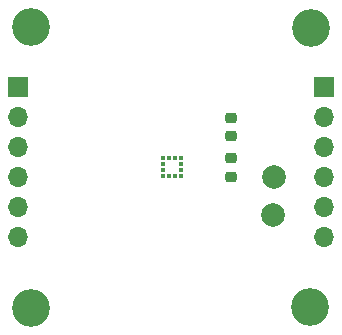
<source format=gbr>
%TF.GenerationSoftware,KiCad,Pcbnew,8.0.8-8.0.8-0~ubuntu24.04.1*%
%TF.CreationDate,2025-02-16T19:55:33+01:00*%
%TF.ProjectId,LIS2HH12TR-devboard,4c495332-4848-4313-9254-522d64657662,rev?*%
%TF.SameCoordinates,Original*%
%TF.FileFunction,Soldermask,Top*%
%TF.FilePolarity,Negative*%
%FSLAX46Y46*%
G04 Gerber Fmt 4.6, Leading zero omitted, Abs format (unit mm)*
G04 Created by KiCad (PCBNEW 8.0.8-8.0.8-0~ubuntu24.04.1) date 2025-02-16 19:55:33*
%MOMM*%
%LPD*%
G01*
G04 APERTURE LIST*
G04 Aperture macros list*
%AMRoundRect*
0 Rectangle with rounded corners*
0 $1 Rounding radius*
0 $2 $3 $4 $5 $6 $7 $8 $9 X,Y pos of 4 corners*
0 Add a 4 corners polygon primitive as box body*
4,1,4,$2,$3,$4,$5,$6,$7,$8,$9,$2,$3,0*
0 Add four circle primitives for the rounded corners*
1,1,$1+$1,$2,$3*
1,1,$1+$1,$4,$5*
1,1,$1+$1,$6,$7*
1,1,$1+$1,$8,$9*
0 Add four rect primitives between the rounded corners*
20,1,$1+$1,$2,$3,$4,$5,0*
20,1,$1+$1,$4,$5,$6,$7,0*
20,1,$1+$1,$6,$7,$8,$9,0*
20,1,$1+$1,$8,$9,$2,$3,0*%
G04 Aperture macros list end*
%ADD10RoundRect,0.225000X-0.250000X0.225000X-0.250000X-0.225000X0.250000X-0.225000X0.250000X0.225000X0*%
%ADD11C,3.200000*%
%ADD12C,2.000000*%
%ADD13R,0.375000X0.350000*%
%ADD14R,0.350000X0.375000*%
%ADD15R,1.700000X1.700000*%
%ADD16O,1.700000X1.700000*%
%ADD17RoundRect,0.225000X0.250000X-0.225000X0.250000X0.225000X-0.250000X0.225000X-0.250000X-0.225000X0*%
G04 APERTURE END LIST*
D10*
%TO.C,C2*%
X200150000Y-94225000D03*
X200150000Y-95775000D03*
%TD*%
D11*
%TO.C,H4*%
X206800000Y-106800000D03*
%TD*%
%TO.C,H3*%
X206900000Y-83200000D03*
%TD*%
%TO.C,H2*%
X183200000Y-106900000D03*
%TD*%
%TO.C,H1*%
X183200000Y-83100000D03*
%TD*%
D12*
%TO.C,TP2*%
X203710000Y-99030000D03*
%TD*%
D13*
%TO.C,U1*%
X194360000Y-94172500D03*
X194360000Y-94672500D03*
X194360000Y-95172500D03*
X194360000Y-95672500D03*
D14*
X194872500Y-95685000D03*
X195372500Y-95685000D03*
D13*
X195885000Y-95672500D03*
X195885000Y-95172500D03*
X195885000Y-94672500D03*
X195885000Y-94172500D03*
D14*
X195372500Y-94160000D03*
X194872500Y-94160000D03*
%TD*%
D12*
%TO.C,TP1*%
X203770000Y-95780000D03*
%TD*%
D15*
%TO.C,J2*%
X208000000Y-88220000D03*
D16*
X208000000Y-90760000D03*
X208000000Y-93300000D03*
X208000000Y-95840000D03*
X208000000Y-98380000D03*
X208000000Y-100920000D03*
%TD*%
D15*
%TO.C,J1*%
X182100000Y-88220000D03*
D16*
X182100000Y-90760000D03*
X182100000Y-93300000D03*
X182100000Y-95840000D03*
X182100000Y-98380000D03*
X182100000Y-100920000D03*
%TD*%
D17*
%TO.C,C1*%
X200130000Y-92345000D03*
X200130000Y-90795000D03*
%TD*%
M02*

</source>
